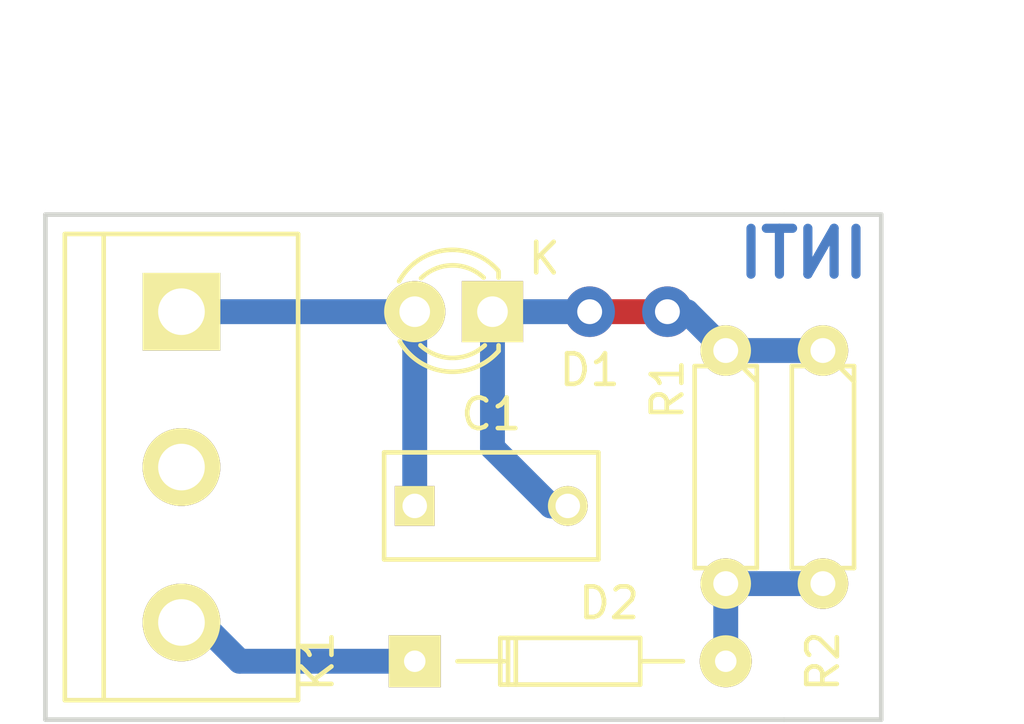
<source format=kicad_pcb>

(kicad_pcb
  (version 4)
  (host pcbnew 4.0.0-rc2-stable)
  (general
    (links 8)
    (no_connects 0)
    (area 140.894999 90.094999 168.350001 106.755001)
    (thickness 1.6)
    (drawings 9)
    (tracks 18)
    (zones 0)
    (modules 6)
    (nets 6))
  (page A4)
  (title_block
    (title "PCB Ejercicio Nº 1")
    (date 2015-11-30)
    (rev 1.1)
    (company "Fusari Diego Salvador"))
  (layers
    (0 F.Cu signal)
    (31 B.Cu signal)
    (32 B.Adhes user)
    (33 F.Adhes user)
    (34 B.Paste user)
    (35 F.Paste user)
    (36 B.SilkS user)
    (37 F.SilkS user)
    (38 B.Mask user)
    (39 F.Mask user)
    (40 Dwgs.User user)
    (41 Cmts.User user)
    (42 Eco1.User user)
    (43 Eco2.User user)
    (44 Edge.Cuts user)
    (45 Margin user)
    (46 B.CrtYd user)
    (47 F.CrtYd user)
    (48 B.Fab user)
    (49 F.Fab user))
  (setup
    (last_trace_width 0.25)
    (user_trace_width 0.8128)
    (trace_clearance 0.8128)
    (zone_clearance 0.508)
    (zone_45_only no)
    (trace_min 0.2)
    (segment_width 0.2)
    (edge_width 0.15)
    (via_size 0.6)
    (via_drill 0.4)
    (via_min_size 0.4)
    (via_min_drill 0.3)
    (user_via 1.651 0.8128)
    (uvia_size 0.3)
    (uvia_drill 0.1)
    (uvias_allowed no)
    (uvia_min_size 0.2)
    (uvia_min_drill 0.1)
    (pcb_text_width 0.3)
    (pcb_text_size 1.5 1.5)
    (mod_edge_width 0.15)
    (mod_text_size 1 1)
    (mod_text_width 0.15)
    (pad_size 1.524 1.524)
    (pad_drill 0.762)
    (pad_to_mask_clearance 0.2)
    (aux_axis_origin 0 0)
    (visible_elements 7FFFFFFF)
    (pcbplotparams
      (layerselection 0x00030_80000001)
      (usegerberextensions false)
      (excludeedgelayer true)
      (linewidth 0.1)
      (plotframeref false)
      (viasonmask false)
      (mode 1)
      (useauxorigin false)
      (hpglpennumber 1)
      (hpglpenspeed 20)
      (hpglpendiameter 15)
      (hpglpenoverlay 2)
      (psnegative false)
      (psa4output false)
      (plotreference true)
      (plotvalue true)
      (plotinvisibletext false)
      (padsonsilk false)
      (subtractmaskfromsilk false)
      (outputformat 1)
      (mirror false)
      (drillshape 1)
      (scaleselection 1)
      (outputdirectory "")))
  (net 0 "")
  (net 1 "Net-(C1-Pad1)")
  (net 2 "Net-(C1-Pad2)")
  (net 3 "Net-(D2-Pad2)")
  (net 4 "Net-(D2-Pad1)")
  (net 5 "Net-(K1-Pad2)")
  (net_class Default "Este es el tipo de red por defecto."
    (clearance 0.8128)
    (trace_width 0.25)
    (via_dia 0.6)
    (via_drill 0.4)
    (uvia_dia 0.3)
    (uvia_drill 0.1)
    (add_net "Net-(C1-Pad1)")
    (add_net "Net-(C1-Pad2)")
    (add_net "Net-(D2-Pad1)")
    (add_net "Net-(D2-Pad2)")
    (add_net "Net-(K1-Pad2)"))
  (module ej1:C_Rect_L7_W3.5_P5
    (layer F.Cu)
    (tedit 565C708A)
    (tstamp 565C69BF)
    (at 153.035 99.695)
    (descr "Film Capacitor Length 7mm x Width 3.5mm, Pitch 5mm")
    (tags Capacitor)
    (path /565C5C9B)
    (fp_text reference C1
      (at 2.5 -3)
      (layer F.SilkS)
      (effects
        (font
          (size 1 1)
          (thickness 0.15))))
    (fp_text value 100nF
      (at 6.985 0 90)
      (layer F.Fab)
      (effects
        (font
          (size 1 1)
          (thickness 0.15))))
    (fp_line
      (start -1.25 -2)
      (end 6.25 -2)
      (layer F.CrtYd)
      (width 0.05))
    (fp_line
      (start 6.25 -2)
      (end 6.25 2)
      (layer F.CrtYd)
      (width 0.05))
    (fp_line
      (start 6.25 2)
      (end -1.25 2)
      (layer F.CrtYd)
      (width 0.05))
    (fp_line
      (start -1.25 2)
      (end -1.25 -2)
      (layer F.CrtYd)
      (width 0.05))
    (fp_line
      (start -1 -1.75)
      (end 6 -1.75)
      (layer F.SilkS)
      (width 0.15))
    (fp_line
      (start 6 -1.75)
      (end 6 1.75)
      (layer F.SilkS)
      (width 0.15))
    (fp_line
      (start 6 1.75)
      (end -1 1.75)
      (layer F.SilkS)
      (width 0.15))
    (fp_line
      (start -1 1.75)
      (end -1 -1.75)
      (layer F.SilkS)
      (width 0.15))
    (pad 1 thru_hole rect
      (at 0 0)
      (size 1.3 1.3)
      (drill 0.8)
      (layers *.Cu *.Mask F.SilkS)
      (net 1 "Net-(C1-Pad1)"))
    (pad 2 thru_hole circle
      (at 5 0)
      (size 1.3 1.3)
      (drill 0.8)
      (layers *.Cu *.Mask F.SilkS)
      (net 2 "Net-(C1-Pad2)"))
    (model "../../../../../../Users/WIN 7/Desktop/Curso de KiCad/Fusari_Diego/ej1.3dshapes/cnp_6mm_disc.wrl"
      (at
        (xyz 0.1 0 0))
      (scale
        (xyz 1 1 1))
      (rotate
        (xyz 0 0 0))))
  (module ej1:LED-3MM
    (layer F.Cu)
    (tedit 565C70BE)
    (tstamp 565C69C5)
    (at 155.575 93.345 180)
    (descr "LED 3mm round vertical")
    (tags "LED  3mm round vertical")
    (path /565C5D51)
    (fp_text reference D1
      (at -3.175 -1.905 180)
      (layer F.SilkS)
      (effects
        (font
          (size 1 1)
          (thickness 0.15))))
    (fp_text value "LED ROJO"
      (at 5.08 -0.635 270)
      (layer F.Fab)
      (effects
        (font
          (size 1 1)
          (thickness 0.15))))
    (fp_text user K
      (at -1.69 1.74 180)
      (layer F.SilkS)
      (effects
        (font
          (size 1 1)
          (thickness 0.15))))
    (fp_line
      (start -1.2 2.3)
      (end 3.8 2.3)
      (layer F.CrtYd)
      (width 0.05))
    (fp_line
      (start 3.8 2.3)
      (end 3.8 -2.2)
      (layer F.CrtYd)
      (width 0.05))
    (fp_line
      (start 3.8 -2.2)
      (end -1.2 -2.2)
      (layer F.CrtYd)
      (width 0.05))
    (fp_line
      (start -1.2 -2.2)
      (end -1.2 2.3)
      (layer F.CrtYd)
      (width 0.05))
    (fp_line
      (start -0.199 1.314)
      (end -0.199 1.114)
      (layer F.SilkS)
      (width 0.15))
    (fp_line
      (start -0.199 -1.28)
      (end -0.199 -1.1)
      (layer F.SilkS)
      (width 0.15))
    (fp_arc
      (start 1.301 0.034)
      (end -0.199 -1.286)
      (angle 108.5)
      (layer F.SilkS)
      (width 0.15))
    (fp_arc
      (start 1.301 0.034)
      (end 0.25 -1.1)
      (angle 85.7)
      (layer F.SilkS)
      (width 0.15))
    (fp_arc
      (start 1.311 0.034)
      (end 3.051 0.994)
      (angle 110)
      (layer F.SilkS)
      (width 0.15))
    (fp_arc
      (start 1.301 0.034)
      (end 2.335 1.094)
      (angle 87.5)
      (layer F.SilkS)
      (width 0.15))
    (pad 1 thru_hole rect
      (at 0 0 270)
      (size 2 2)
      (drill 1.00076)
      (layers *.Cu *.Mask F.SilkS)
      (net 2 "Net-(C1-Pad2)"))
    (pad 2 thru_hole circle
      (at 2.54 0 180)
      (size 2 2)
      (drill 1.00076)
      (layers *.Cu *.Mask F.SilkS)
      (net 1 "Net-(C1-Pad1)"))
    (model "../../../../../../Users/WIN 7/Desktop/Curso de KiCad/Fusari_Diego/ej1.3dshapes/LED-3MM.wrl"
      (at
        (xyz 0.05 0 0))
      (scale
        (xyz 1 1 1))
      (rotate
        (xyz 0 0 90))))
  (module ej1:Diode_DO-35_SOD27_Horizontal_RM10
    (layer F.Cu)
    (tedit 565C70D6)
    (tstamp 565C69CB)
    (at 153.035 104.775)
    (descr "Diode, DO-35,  SOD27, Horizontal, RM 10mm")
    (tags "Diode, DO-35, SOD27, Horizontal, RM 10mm, 1N4148,")
    (path /565C5CEC)
    (fp_text reference D2
      (at 6.35 -1.905)
      (layer F.SilkS)
      (effects
        (font
          (size 1 1)
          (thickness 0.15))))
    (fp_text value 1N4148
      (at 1.905 -1.905)
      (layer F.Fab)
      (effects
        (font
          (size 1 1)
          (thickness 0.15))))
    (fp_line
      (start 7.36652 -0.00254)
      (end 8.76352 -0.00254)
      (layer F.SilkS)
      (width 0.15))
    (fp_line
      (start 2.92152 -0.00254)
      (end 1.39752 -0.00254)
      (layer F.SilkS)
      (width 0.15))
    (fp_line
      (start 3.30252 -0.76454)
      (end 3.30252 0.75946)
      (layer F.SilkS)
      (width 0.15))
    (fp_line
      (start 3.04852 -0.76454)
      (end 3.04852 0.75946)
      (layer F.SilkS)
      (width 0.15))
    (fp_line
      (start 2.79452 -0.00254)
      (end 2.79452 0.75946)
      (layer F.SilkS)
      (width 0.15))
    (fp_line
      (start 2.79452 0.75946)
      (end 7.36652 0.75946)
      (layer F.SilkS)
      (width 0.15))
    (fp_line
      (start 7.36652 0.75946)
      (end 7.36652 -0.76454)
      (layer F.SilkS)
      (width 0.15))
    (fp_line
      (start 7.36652 -0.76454)
      (end 2.79452 -0.76454)
      (layer F.SilkS)
      (width 0.15))
    (fp_line
      (start 2.79452 -0.76454)
      (end 2.79452 -0.00254)
      (layer F.SilkS)
      (width 0.15))
    (pad 2 thru_hole circle
      (at 10.16052 -0.00254 180)
      (size 1.69926 1.69926)
      (drill 0.70104)
      (layers *.Cu *.Mask F.SilkS)
      (net 3 "Net-(D2-Pad2)"))
    (pad 1 thru_hole rect
      (at 0.00052 -0.00254 180)
      (size 1.69926 1.69926)
      (drill 0.70104)
      (layers *.Cu *.Mask F.SilkS)
      (net 4 "Net-(D2-Pad1)"))
    (model "../../../../../../Users/WIN 7/Desktop/Curso de KiCad/Fusari_Diego/ej1.3dshapes/Diode_DO-35_SOD27_Horizontal_RM10.wrl"
      (at
        (xyz 0.2 0 0))
      (scale
        (xyz 0.4 0.4 0.4))
      (rotate
        (xyz 0 0 180))))
  (module ej1:bornier3
    (layer F.Cu)
    (tedit 565C707E)
    (tstamp 565C69D2)
    (at 145.415 98.425 270)
    (descr "Bornier d'alimentation 3 pins")
    (tags DEV)
    (path /565C5B48)
    (fp_text reference K1
      (at 6.35 -4.445 270)
      (layer F.SilkS)
      (effects
        (font
          (size 1 1)
          (thickness 0.15))))
    (fp_text value CONN_3
      (at 0 5.08 270)
      (layer F.Fab)
      (effects
        (font
          (size 1 1)
          (thickness 0.15))))
    (fp_line
      (start -7.62 3.81)
      (end -7.62 -3.81)
      (layer F.SilkS)
      (width 0.15))
    (fp_line
      (start 7.62 3.81)
      (end 7.62 -3.81)
      (layer F.SilkS)
      (width 0.15))
    (fp_line
      (start -7.62 2.54)
      (end 7.62 2.54)
      (layer F.SilkS)
      (width 0.15))
    (fp_line
      (start -7.62 -3.81)
      (end 7.62 -3.81)
      (layer F.SilkS)
      (width 0.15))
    (fp_line
      (start -7.62 3.81)
      (end 7.62 3.81)
      (layer F.SilkS)
      (width 0.15))
    (pad 1 thru_hole rect
      (at -5.08 0 270)
      (size 2.54 2.54)
      (drill 1.524)
      (layers *.Cu *.Mask F.SilkS)
      (net 1 "Net-(C1-Pad1)"))
    (pad 2 thru_hole circle
      (at 0 0 270)
      (size 2.54 2.54)
      (drill 1.524)
      (layers *.Cu *.Mask F.SilkS)
      (net 5 "Net-(K1-Pad2)"))
    (pad 3 thru_hole circle
      (at 5.08 0 270)
      (size 2.54 2.54)
      (drill 1.524)
      (layers *.Cu *.Mask F.SilkS)
      (net 4 "Net-(D2-Pad1)"))
    (model "../../../../../../Users/WIN 7/Desktop/Curso de KiCad/Fusari_Diego/ej1.3dshapes/bornier3.wrl"
      (at
        (xyz 0 0 0))
      (scale
        (xyz 1 1 1))
      (rotate
        (xyz 0 0 0))))
  (module ej1:R3-LARGE_PADS
    (layer F.Cu)
    (tedit 565C70CB)
    (tstamp 565C69D8)
    (at 163.195 98.425 270)
    (descr "Resitance 3 pas")
    (tags R)
    (path /565C5DAA)
    (fp_text reference R1
      (at -2.54 1.905 270)
      (layer F.SilkS)
      (effects
        (font
          (size 1 1)
          (thickness 0.15))))
    (fp_text value 100K
      (at 0 0 270)
      (layer F.Fab)
      (effects
        (font
          (size 1 1)
          (thickness 0.15))))
    (fp_line
      (start -3.81 0)
      (end -3.302 0)
      (layer F.SilkS)
      (width 0.15))
    (fp_line
      (start 3.81 0)
      (end 3.302 0)
      (layer F.SilkS)
      (width 0.15))
    (fp_line
      (start 3.302 0)
      (end 3.302 -1.016)
      (layer F.SilkS)
      (width 0.15))
    (fp_line
      (start 3.302 -1.016)
      (end -3.302 -1.016)
      (layer F.SilkS)
      (width 0.15))
    (fp_line
      (start -3.302 -1.016)
      (end -3.302 1.016)
      (layer F.SilkS)
      (width 0.15))
    (fp_line
      (start -3.302 1.016)
      (end 3.302 1.016)
      (layer F.SilkS)
      (width 0.15))
    (fp_line
      (start 3.302 1.016)
      (end 3.302 0)
      (layer F.SilkS)
      (width 0.15))
    (fp_line
      (start -3.302 -0.508)
      (end -2.794 -1.016)
      (layer F.SilkS)
      (width 0.15))
    (pad 1 thru_hole circle
      (at -3.81 0 270)
      (size 1.651 1.651)
      (drill 0.8128)
      (layers *.Cu *.Mask F.SilkS)
      (net 2 "Net-(C1-Pad2)"))
    (pad 2 thru_hole circle
      (at 3.81 0 270)
      (size 1.651 1.651)
      (drill 0.8128)
      (layers *.Cu *.Mask F.SilkS)
      (net 3 "Net-(D2-Pad2)"))
    (model "../../../../../../Users/WIN 7/Desktop/Curso de KiCad/Fusari_Diego/ej1.3dshapes/R3-LARGE_PADS.wrl"
      (at
        (xyz 0 0 0))
      (scale
        (xyz 0.3 0.3 0.3))
      (rotate
        (xyz 0 0 0))))
  (module ej1:R3-LARGE_PADS
    (layer F.Cu)
    (tedit 565CAB37)
    (tstamp 565CA9A4)
    (at 166.37 98.425 270)
    (descr "Resitance 3 pas")
    (tags R)
    (path /565CA8BA)
    (fp_text reference R2
      (at 6.35 0 270)
      (layer F.SilkS)
      (effects
        (font
          (size 1 1)
          (thickness 0.15))))
    (fp_text value 100K
      (at 0 0 270)
      (layer F.Fab)
      (effects
        (font
          (size 1 1)
          (thickness 0.15))))
    (fp_line
      (start -3.81 0)
      (end -3.302 0)
      (layer F.SilkS)
      (width 0.15))
    (fp_line
      (start 3.81 0)
      (end 3.302 0)
      (layer F.SilkS)
      (width 0.15))
    (fp_line
      (start 3.302 0)
      (end 3.302 -1.016)
      (layer F.SilkS)
      (width 0.15))
    (fp_line
      (start 3.302 -1.016)
      (end -3.302 -1.016)
      (layer F.SilkS)
      (width 0.15))
    (fp_line
      (start -3.302 -1.016)
      (end -3.302 1.016)
      (layer F.SilkS)
      (width 0.15))
    (fp_line
      (start -3.302 1.016)
      (end 3.302 1.016)
      (layer F.SilkS)
      (width 0.15))
    (fp_line
      (start 3.302 1.016)
      (end 3.302 0)
      (layer F.SilkS)
      (width 0.15))
    (fp_line
      (start -3.302 -0.508)
      (end -2.794 -1.016)
      (layer F.SilkS)
      (width 0.15))
    (pad 1 thru_hole circle
      (at -3.81 0 270)
      (size 1.651 1.651)
      (drill 0.8128)
      (layers *.Cu *.Mask F.SilkS)
      (net 2 "Net-(C1-Pad2)"))
    (pad 2 thru_hole circle
      (at 3.81 0 270)
      (size 1.651 1.651)
      (drill 0.8128)
      (layers *.Cu *.Mask F.SilkS)
      (net 3 "Net-(D2-Pad2)"))
    (model "../../../../../../Users/WIN 7/Desktop/Curso de KiCad/Fusari_Diego/ej1.3dshapes/R3-LARGE_PADS.wrl"
      (at
        (xyz 0 0 0))
      (scale
        (xyz 0.3 0.3 0.3))
      (rotate
        (xyz 0 0 0))))
  (gr_line
    (start 168.275 90.17)
    (end 165.1 90.17)
    (angle 90)
    (layer Edge.Cuts)
    (width 0.15))
  (gr_line
    (start 168.275 106.68)
    (end 168.275 90.17)
    (angle 90)
    (layer Edge.Cuts)
    (width 0.15))
  (gr_line
    (start 165.1 106.68)
    (end 168.275 106.68)
    (angle 90)
    (layer Edge.Cuts)
    (width 0.15))
  (gr_line
    (start 140.97 90.17)
    (end 140.97 106.68)
    (angle 90)
    (layer Edge.Cuts)
    (width 0.15))
  (gr_line
    (start 165.1 90.17)
    (end 140.97 90.17)
    (angle 90)
    (layer Edge.Cuts)
    (width 0.15))
  (gr_line
    (start 140.97 106.68)
    (end 165.1 106.68)
    (angle 90)
    (layer Edge.Cuts)
    (width 0.15))
  (gr_text INTI
    (at 165.735 91.44)
    (layer B.Cu)
    (effects
      (font
        (size 1.5 1.5)
        (thickness 0.3))
      (justify mirror)))
  (dimension 16.51
    (width 0.3)
    (layer Dwgs.User)
    (gr_text 16,510mm
      (at 170.815 98.425 270)
      (layer Dwgs.User)
      (tstamp 565CA842)
      (effects
        (font
          (size 1.5 1.5)
          (thickness 0.3))))
    (feature1
      (pts
        (xy 168.91 106.68)
        (xy 168.91 106.68)))
    (feature2
      (pts
        (xy 168.91 90.17)
        (xy 168.91 90.17)))
    (crossbar
      (pts
        (xy 168.91 90.17)
        (xy 168.91 106.68)))
    (arrow1a
      (pts
        (xy 168.91 106.68)
        (xy 168.323579 105.553496)))
    (arrow1b
      (pts
        (xy 168.91 106.68)
        (xy 169.496421 105.553496)))
    (arrow2a
      (pts
        (xy 168.91 90.17)
        (xy 168.323579 91.296504)))
    (arrow2b
      (pts
        (xy 168.91 90.17)
        (xy 169.496421 91.296504))))
  (dimension 24.13
    (width 0.3)
    (layer Dwgs.User)
    (gr_text 24,130mm
      (at 153.035 84.455)
      (layer Dwgs.User)
      (effects
        (font
          (size 1.5 1.5)
          (thickness 0.3))))
    (feature1
      (pts
        (xy 165.1 86.995)
        (xy 165.1 86.36)))
    (feature2
      (pts
        (xy 140.97 86.995)
        (xy 140.97 86.36)))
    (crossbar
      (pts
        (xy 140.97 86.36)
        (xy 165.1 86.36)))
    (arrow1a
      (pts
        (xy 165.1 86.36)
        (xy 163.973496 86.946421)))
    (arrow1b
      (pts
        (xy 165.1 86.36)
        (xy 163.973496 85.773579)))
    (arrow2a
      (pts
        (xy 140.97 86.36)
        (xy 142.096504 86.946421)))
    (arrow2b
      (pts
        (xy 140.97 86.36)
        (xy 142.096504 85.773579))))
  (segment
    (start 153.035 99.695)
    (end 153.035 93.345)
    (width 0.8128)
    (layer B.Cu)
    (net 1))
  (segment
    (start 145.415 93.345)
    (end 153.035 93.345)
    (width 0.8128)
    (layer B.Cu)
    (net 1))
  (segment
    (start 163.195 94.615)
    (end 166.37 94.615)
    (width 0.8128)
    (layer B.Cu)
    (net 2))
  (segment
    (start 155.575 93.345)
    (end 158.75 93.345)
    (width 0.8128)
    (layer B.Cu)
    (net 2))
  (segment
    (start 161.925 93.345)
    (end 163.195 94.615)
    (width 0.8128)
    (layer B.Cu)
    (net 2)
    (tstamp 565C6FCA))
  (segment
    (start 161.29 93.345)
    (end 161.925 93.345)
    (width 0.8128)
    (layer B.Cu)
    (net 2)
    (tstamp 565C6FC9))
  (segment
    (start 158.75 93.345)
    (end 161.29 93.345)
    (width 0.8128)
    (layer F.Cu)
    (net 2)
    (tstamp 565C6FC4))
  (segment
    (start 158.035 99.695)
    (end 157.48 99.695)
    (width 0.8128)
    (layer B.Cu)
    (net 2))
  (segment
    (start 157.48 99.695)
    (end 155.575 97.79)
    (width 0.8128)
    (layer B.Cu)
    (net 2)
    (tstamp 565C6FA4))
  (segment
    (start 155.575 97.79)
    (end 155.575 93.345)
    (width 0.8128)
    (layer B.Cu)
    (net 2)
    (tstamp 565C6FA5))
  (segment
    (start 163.195 102.235)
    (end 166.37 102.235)
    (width 0.8128)
    (layer B.Cu)
    (net 3))
  (segment
    (start 163.19552 104.77246)
    (end 163.19552 102.23552)
    (width 0.8128)
    (layer B.Cu)
    (net 3))
  (segment
    (start 163.19552 102.23552)
    (end 163.195 102.235)
    (width 0.8128)
    (layer B.Cu)
    (net 3)
    (tstamp 565C6F8F))
  (segment
    (start 145.415 103.505)
    (end 146.05 103.505)
    (width 0.8128)
    (layer B.Cu)
    (net 4))
  (segment
    (start 146.05 103.505)
    (end 147.31746 104.77246)
    (width 0.8128)
    (layer B.Cu)
    (net 4)
    (tstamp 565C6F77))
  (segment
    (start 147.31746 104.77246)
    (end 153.03552 104.77246)
    (width 0.8128)
    (layer B.Cu)
    (net 4)
    (tstamp 565C6F79))
  (via
    (at 161.29 93.345)
    (size 1.651)
    (drill 0.8128)
    (layers F.Cu B.Cu)
    (net 2))
  (via
    (at 158.75 93.345)
    (size 1.651)
    (drill 0.8128)
    (layers F.Cu B.Cu)
    (net 2)))
</source>
